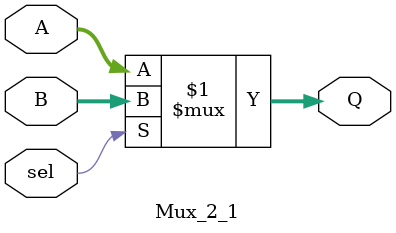
<source format=sv>

module Mux_2_1 #(parameter DATA_WIDTH=8)(
	//Inputs
	input [DATA_WIDTH-1:0]	A,
	input [DATA_WIDTH-1:0]	B,
	input sel,
	//Output
	output [DATA_WIDTH-1:0]	Q
);

	//Assign the output as the selected input
	assign Q = sel ? B : A;

endmodule

</source>
